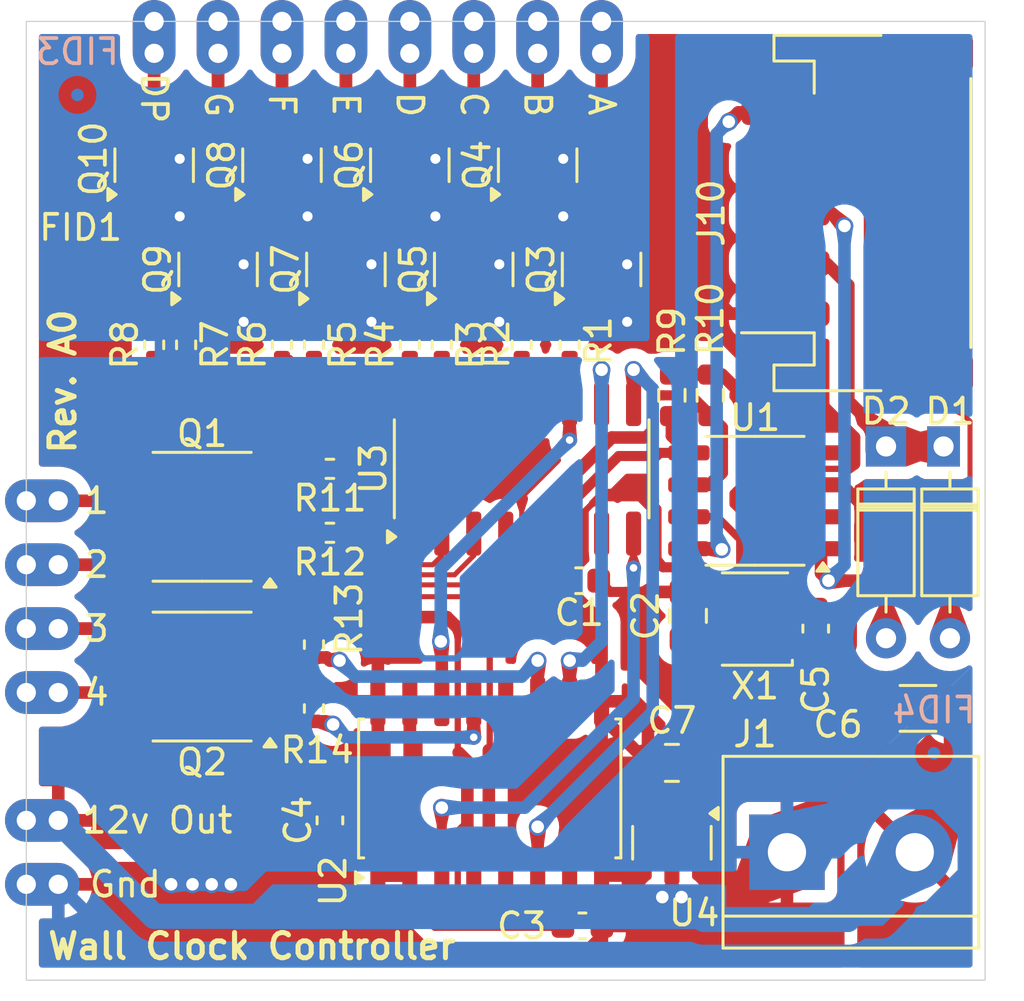
<source format=kicad_pcb>
(kicad_pcb (version 20221018) (generator pcbnew)
  (title_block (title "Wall Clock Full") (date "2024-08-16") (rev "A0") (company "Brandon Kirisaki"))
  (layers (0 "F.Cu" signal) (31 "B.Cu" signal) (34 "B.Paste" user) (35 "F.Paste" user) (36 "B.SilkS" user "B.Silkscreen") (37 "F.SilkS" user "F.Silkscreen") (38 "B.Mask" user) (39 "F.Mask" user) (44 "Edge.Cuts" user))
  (net 0 "")
  (net 1 "+5V")
  (net 2 "GND")
  (net 3 "+12V")
  (net 4 "/BTN_S")
  (net 5 "/BTN_H")
  (net 6 "/BTN_M")
  (net 7 "Net-(J2-Pin_1)")
  (net 8 "Net-(J3-Pin_1)")
  (net 9 "Net-(J4-Pin_1)")
  (net 10 "Net-(J5-Pin_1)")
  (net 11 "Net-(J6-Pin_1)")
  (net 12 "Net-(J7-Pin_1)")
  (net 13 "Net-(J8-Pin_1)")
  (net 14 "Net-(J9-Pin_1)")
  (net 15 "/SWIO")
  (net 16 "Net-(J11-Pin_1)")
  (net 17 "Net-(J12-Pin_1)")
  (net 18 "Net-(J13-Pin_1)")
  (net 19 "Net-(J14-Pin_1)")
  (net 20 "Net-(Q1A-G-Pad2)")
  (net 21 "Net-(Q1B-G-Pad4)")
  (net 22 "Net-(Q2A-G-Pad2)")
  (net 23 "Net-(Q2B-G-Pad4)")
  (net 24 "Net-(Q3-G)")
  (net 25 "Net-(Q4-G)")
  (net 26 "Net-(Q5-G)")
  (net 27 "Net-(Q6-G)")
  (net 28 "Net-(Q7-G)")
  (net 29 "Net-(Q8-G)")
  (net 30 "Net-(Q9-G)")
  (net 31 "Net-(Q10-G)")
  (net 32 "/SEG_A")
  (net 33 "/SEG_B")
  (net 34 "/SEG_C")
  (net 35 "/SEG_D")
  (net 36 "/SEG_E")
  (net 37 "/SEG_F")
  (net 38 "/SEG_G")
  (net 39 "/SEG_DP")
  (net 40 "/SDA")
  (net 41 "/SCL")
  (net 42 "/DIG_VT_0")
  (net 43 "/DIG_VT_1")
  (net 44 "/DIG_VT_2")
  (net 45 "/DIG_VT_3")
  (net 46 "Net-(U1-PC4)")
  (net 47 "/DIG_0")
  (net 48 "/DIG_1")
  (net 49 "/DIG_2")
  (net 51 "/DIG_3")
  (footprint "Resistor_SMD:R_0603_1608Metric" (layer "F.Cu") (at 141.478 65.659 -90)
    (fp_text reference "R10")
    (fp_text value "104")
  )
  (footprint "wall_clock_full:Conn_PCB_Castellated_1x01_P2.54mm_ExtraHole" (layer "F.Cu") (at 124.46 52.07 -90)
    (fp_text reference "J7")
    (fp_text value "F")
  )
  (footprint "wall_clock_full:Conn_PCB_Castellated_1x01_P2.54mm_ExtraHole" (layer "F.Cu") (at 129.54 52.07 -90)
    (fp_text reference "J5")
    (fp_text value "D")
  )
  (footprint "Resistor_SMD:R_0402_1005Metric" (layer "F.Cu") (at 126.365 71.12 180)
    (fp_text reference "R12")
    (fp_text value "101")
  )
  (footprint "wall_clock_full:Conn_PCB_Castellated_1x01_P2.54mm_ExtraHole" (layer "F.Cu") (at 115.57 74.93)
    (fp_text reference "J13")
    (fp_text value "3")
  )
  (footprint "Package_SO:SOIC-8_3.9x4.9mm_P1.27mm" (layer "F.Cu") (at 121.285 76.835 180)
    (fp_text reference "Q2")
    (fp_text value "AO4803A")
  )
  (footprint "Package_SO:SO-16_3.9x9.9mm_P1.27mm" (layer "F.Cu") (at 133.985 68.58 90)
    (fp_text reference "U3")
    (fp_text value "CH422")
  )
  (footprint "Resistor_SMD:R_0402_1005Metric" (layer "F.Cu") (at 125.73 75.565 90)
    (fp_text reference "R13")
    (fp_text value "101")
  )
  (footprint "wall_clock_full:Conn_PCB_Castellated_1x01_P2.54mm_ExtraHole" (layer "F.Cu") (at 119.38 52.07 -90)
    (fp_text reference "J9")
    (fp_text value "DP")
  )
  (footprint "Resistor_SMD:R_0402_1005Metric" (layer "F.Cu") (at 126.365 68.58 180)
    (fp_text reference "R11")
    (fp_text value "101")
  )
  (footprint "wall_clock_full:Conn_PCB_Castellated_1x01_P2.54mm_ExtraHole" (layer "F.Cu") (at 115.57 85.09)
    (fp_text reference "J16")
    (fp_text value "Gnd")
  )
  (footprint "wall_clock_full:Conn_PCB_Castellated_1x01_P2.54mm_ExtraHole" (layer "F.Cu") (at 137.16 52.07 -90)
    (fp_text reference "J2")
    (fp_text value "A")
  )
  (footprint "Capacitor_SMD:C_0603_1608Metric" (layer "F.Cu") (at 126.365 82.55 -90)
    (fp_text reference "C4")
    (fp_text value "104")
  )
  (footprint "wall_clock_full:Conn_PCB_Castellated_1x01_P2.54mm_ExtraHole" (layer "F.Cu") (at 134.62 52.07 -90)
    (fp_text reference "J3")
    (fp_text value "B")
  )
  (footprint "Resistor_SMD:R_0402_1005Metric" (layer "F.Cu") (at 120.65 63.6525 90)
    (fp_text reference "R7")
    (fp_text value "101")
  )
  (footprint "Resistor_SMD:R_0603_1608Metric" (layer "F.Cu") (at 139.954 65.659 -90)
    (fp_text reference "R9")
    (fp_text value "104")
  )
  (footprint "Package_TO_SOT_SMD:SOT-23" (layer "F.Cu") (at 139.954 83.439 -90)
    (fp_text reference "U4")
    (fp_text value "SE8550X2-HF")
  )
  (footprint "Package_TO_SOT_SMD:SOT-23" (layer "F.Cu") (at 129.54 56.515 90)
    (fp_text reference "Q6")
    (fp_text value "2N7002")
  )
  (footprint "Package_SO:SOIC-8_3.9x4.9mm_P1.27mm" (layer "F.Cu") (at 121.285 70.485 180)
    (fp_text reference "Q1")
    (fp_text value "AO4803A")
  )
  (footprint "wall_clock_full:Conn_PCB_Castellated_1x01_P2.54mm_ExtraHole" (layer "F.Cu") (at 121.92 52.07 -90)
    (fp_text reference "J8")
    (fp_text value "G")
  )
  (footprint "Resistor_SMD:R_0402_1005Metric" (layer "F.Cu") (at 129.54 63.6525 90)
    (fp_text reference "R4")
    (fp_text value "101")
  )
  (footprint "Fiducial:Fiducial_0.5mm_Mask1.5mm" (layer "F.Cu") (at 116.459 60.706)
    (fp_text reference "FID1")
    (fp_text value "Fiducial")
  )
  (footprint "wall_clock_full:Conn_PCB_Castellated_1x01_P2.54mm_ExtraHole" (layer "F.Cu") (at 115.57 69.85)
    (fp_text reference "J11")
    (fp_text value "1")
  )
  (footprint "wall_clock_full:Conn_PCB_Castellated_1x01_P2.54mm_ExtraHole" (layer "F.Cu") (at 115.57 72.39)
    (fp_text reference "J12")
    (fp_text value "2")
  )
  (footprint "Package_TO_SOT_SMD:SOT-23" (layer "F.Cu") (at 137.16 60.6575 90)
    (fp_text reference "Q3")
    (fp_text value "2N7002")
  )
  (footprint "Package_TO_SOT_SMD:SOT-23" (layer "F.Cu") (at 124.46 56.515 90)
    (fp_text reference "Q8")
    (fp_text value "2N7002")
  )
  (footprint "Diode_THT:D_DO-35_SOD27_P7.62mm_Horizontal" (layer "F.Cu") (at 148.463 67.691 -90)
    (fp_text reference "D2")
    (fp_text value "D")
  )
  (footprint "Resistor_SMD:R_0402_1005Metric" (layer "F.Cu") (at 125.73 63.6525 90)
    (fp_text reference "R5")
    (fp_text value "101")
  )
  (footprint "Package_SO:SO-16_5.3x10.2mm_P1.27mm" (layer "F.Cu") (at 132.715 81.28 90)
    (fp_text reference "U2")
    (fp_text value "CD40109B")
  )
  (footprint "Resistor_SMD:R_0402_1005Metric" (layer "F.Cu") (at 130.81 63.6525 90)
    (fp_text reference "R3")
    (fp_text value "101")
  )
  (footprint "wall_clock_full:Conn_PCB_Castellated_1x01_P2.54mm_ExtraHole" (layer "F.Cu") (at 127 52.07 -90)
    (fp_text reference "J6")
    (fp_text value "E")
  )
  (footprint "Package_SO:SOP-8_3.9x4.9mm_P1.27mm" (layer "F.Cu") (at 143.256 69.85 180)
    (fp_text reference "U1")
    (fp_text value "CH32V003JxMx")
  )
  (footprint "Package_TO_SOT_SMD:SOT-23" (layer "F.Cu") (at 127 60.6575 90)
    (fp_text reference "Q7")
    (fp_text value "2N7002")
  )
  (footprint "Resistor_SMD:R_0402_1005Metric" (layer "F.Cu") (at 124.46 63.6525 90)
    (fp_text reference "R6")
    (fp_text value "101")
  )
  (footprint "Diode_THT:D_DO-35_SOD27_P7.62mm_Horizontal" (layer "F.Cu") (at 151.003 67.691 -90)
    (fp_text reference "D1")
    (fp_text value "D")
  )
  (footprint "Capacitor_SMD:C_1206_3216Metric" (layer "F.Cu") (at 149.733 78.099415 180)
    (fp_text reference "C6")
    (fp_text value "106")
  )
  (footprint "wall_clock_full:Conn_PCB_Castellated_1x01_P2.54mm_ExtraHole" (layer "F.Cu") (at 115.57 82.55)
    (fp_text reference "J15")
    (fp_text value "12v Out")
  )
  (footprint "Package_TO_SOT_SMD:SOT-23" (layer "F.Cu") (at 132.08 60.6575 90)
    (fp_text reference "Q5")
    (fp_text value "2N7002")
  )
  (footprint "Resistor_SMD:R_0402_1005Metric" (layer "F.Cu") (at 133.985 63.6525 90)
    (fp_text reference "R2")
    (fp_text value "101")
  )
  (footprint "Package_TO_SOT_SMD:SOT-23" (layer "F.Cu") (at 134.62 56.515 90)
    (fp_text reference "Q4")
    (fp_text value "2N7002")
  )
  (footprint "Capacitor_SMD:C_0603_1608Metric" (layer "F.Cu") (at 136.271 73.025)
    (fp_text reference "C1")
    (fp_text value "104")
  )
  (footprint "Oscillator:Oscillator_SMD_EuroQuartz_XO32-4Pin_3.2x2.5mm" (layer "F.Cu") (at 143.256 74.549 180)
    (fp_text reference "X1")
    (fp_text value "XO32")
  )
  (footprint "Connector_JST:JST_PH_S5B-PH-SM4-TB_1x05-1MP_P2.00mm_Horizontal" (layer "F.Cu") (at 147.32 58.414415 90)
    (fp_text reference "J10")
    (fp_text value "main")
  )
  (footprint "Resistor_SMD:R_0402_1005Metric" (layer "F.Cu") (at 125.73 78.105 90)
    (fp_text reference "R14")
    (fp_text value "101")
  )
  (footprint "Capacitor_SMD:C_0603_1608Metric" (layer "F.Cu") (at 145.669 74.93 90)
    (fp_text reference "C5")
    (fp_text value "104")
  )
  (footprint "Capacitor_SMD:C_0805_2012Metric" (layer "F.Cu") (at 140.589 74.422 90)
    (fp_text reference "C2")
    (fp_text value "105")
  )
  (footprint "Resistor_SMD:R_0402_1005Metric" (layer "F.Cu") (at 119.38 63.6525 90)
    (fp_text reference "R8")
    (fp_text value "101")
  )
  (footprint "wall_clock_full:Conn_PCB_Castellated_1x01_P2.54mm_ExtraHole" (layer "F.Cu") (at 115.57 77.47)
    (fp_text reference "J14")
    (fp_text value "4")
  )
  (footprint "Resistor_SMD:R_0402_1005Metric" (layer "F.Cu") (at 135.89 63.6525 90)
    (fp_text reference "R1")
    (fp_text value "101")
  )
  (footprint "Capacitor_SMD:C_0603_1608Metric" (layer "F.Cu") (at 136.398 86.741)
    (fp_text reference "C3")
    (fp_text value "104")
  )
  (footprint "wall_clock_full:Conn_PCB_Castellated_1x01_P2.54mm_ExtraHole" (layer "F.Cu") (at 132.08 52.07 -90)
    (fp_text reference "J4")
    (fp_text value "C")
  )
  (footprint "Fiducial:Fiducial_0.5mm_Mask1.5mm" (layer "F.Cu") (at 144.78 78.74)
    (fp_text reference "FID2")
    (fp_text value "Fiducial")
  )
  (footprint "Capacitor_SMD:C_0805_2012Metric" (layer "F.Cu") (at 139.954 80.264)
    (fp_text reference "C7")
    (fp_text value "105")
  )
  (footprint "TerminalBlock:TerminalBlock_bornier-2_P5.08mm" (layer "F.Cu") (at 144.526 83.814415)
    (fp_text reference "J1")
    (fp_text value "PWR")
  )
  (footprint "Package_TO_SOT_SMD:SOT-23" (layer "F.Cu") (at 121.92 60.6575 90)
    (fp_text reference "Q9")
    (fp_text value "2N7002")
  )
  (footprint "Package_TO_SOT_SMD:SOT-23" (layer "F.Cu") (at 119.38 56.515 90)
    (fp_text reference "Q10")
    (fp_text value "2N7002")
  )
  (footprint "Fiducial:Fiducial_0.5mm_Mask1.5mm" (layer "B.Cu") (at 150.368 79.883 180)
    (fp_text reference "FID4")
    (fp_text value "Fiducial")
  )
  (footprint "Fiducial:Fiducial_0.5mm_Mask1.5mm" (layer "B.Cu") (at 116.332 53.721 180)
    (fp_text reference "FID3")
    (fp_text value "Fiducial")
  )
  (gr_rect (start 114.3 50.8) (end 152.4 88.9) (stroke (width 0.05)) (fill none) (layer "Edge.Cuts"))
  (gr_text "Wall Clock Controller" (at 115.062 88.138) (layer "F.SilkS") (effects (font (size 1 1) (thickness 0.2) bold) (justify left bottom)))
  (gr_text "Rev. ${REVISION}" (at 116.332 68.072 90) (layer "F.SilkS") (effects (font (size 1 1) (thickness 0.2) bold) (justify left bottom)))
  (segment (start 139.0396 69.9516) (end 139.068 69.98) (width 0.2) (layer "F.Cu") (net 1))
  (segment (start 133.985 72.035552) (end 133.985 72.3646) (width 0.25) (layer "F.Cu") (net 1))
  (segment (start 145.056001 67.945) (end 141.945001 64.834) (width 0.5) (layer "F.Cu") (net 1))
  (segment (start 139.004 82.5015) (end 139.004 80.264) (width 0.5) (layer "F.Cu") (net 1))
  (segment (start 143.256 75.624) (end 143.256 72.5932) (width 0.2) (layer "F.Cu") (net 1))
  (segment (start 136.525 70.274448) (end 136.525 70.231) (width 0.25) (layer "F.Cu") (net 1))
  (segment (start 133.985 72.3646) (end 134.645402 73.025002) (width 0.5) (layer "F.Cu") (net 1))
  (segment (start 135.89 85.9028) (end 135.89 84.7425) (width 0.5) (layer "F.Cu") (net 1))
  (segment (start 141.478 64.834) (end 139.954 64.834) (width 0.5) (layer "F.Cu") (net 1))
  (segment (start 137.16 74.689001) (end 135.496001 73.025002) (width 0.5) (layer "F.Cu") (net 1))
  (segment (start 135.623 86.741) (end 135.623 86.1698) (width 0.5) (layer "F.Cu") (net 1))
  (segment (start 145.056001 67.945) (end 145.881 67.945) (width 0.2) (layer "F.Cu") (net 1))
  (segment (start 142.481 75.624) (end 140.841 75.624) (width 0.5) (layer "F.Cu") (net 1))
  (segment (start 139.004 80.264) (end 137.16 78.42) (width 0.5) (layer "F.Cu") (net 1))
  (segment (start 144.4498 67.945) (end 145.056001 67.945) (width 0.5) (layer "F.Cu") (net 1))
  (segment (start 139.2936 70.2056) (end 139.2936 70.503048) (width 0.5) (layer "F.Cu") (net 1))
  (segment (start 133.985 69.7738) (end 132.08 67.8688) (width 0.5) (layer "F.Cu") (net 1))
  (segment (start 143.3576 72.4916) (end 143.3576 69.0372) (width 0.5) (layer "F.Cu") (net 1))
  (segment (start 139.2936 70.503048) (end 139.2936 72.0344) (width 0.5) (layer "F.Cu") (net 1))
  (segment (start 129.54 85.729999) (end 129.54 84.7425) (width 0.4) (layer "F.Cu") (net 1))
  (segment (start 141.6812 75.624) (end 141.6812 72.9488) (width 0.3) (layer "F.Cu") (net 1))
  (segment (start 135.496 73.025) (end 135.6868 73.025) (width 0.2) (layer "F.Cu") (net 1))
  (segment (start 128.27 84.7425) (end 129.54 84.7425) (width 0.5) (layer "F.Cu") (net 1))
  (segment (start 137.16 77.8175) (end 137.16 74.689001) (width 0.5) (layer "F.Cu") (net 1))
  (segment (start 139.004 82.5015) (end 137.143501 82.5015) (width 0.5) (layer "F.Cu") (net 1))
  (segment (start 137.16 78.42) (end 137.16 77.8175) (width 0.2) (layer "F.Cu") (net 1))
  (segment (start 135.623 86.1698) (end 135.89 85.9028) (width 0.5) (layer "F.Cu") (net 1))
  (segment (start 139.068 69.98) (end 139.2936 70.2056) (width 0.5) (layer "F.Cu") (net 1))
  (segment (start 138.7094 69.6214) (end 139.0396 69.9516) (width 0.5) (layer "F.Cu") (net 1))
  (segment (start 141.6812 72.9488) (end 141.224 72.4916) (width 0.3) (layer "F.Cu") (net 1))
  (segment (start 136.776 69.98) (end 136.8044 69.9516) (width 0.2) (layer "F.Cu") (net 1))
  (segment (start 137.143501 82.5015) (end 135.89 83.755001) (width 0.5) (layer "F.Cu") (net 1))
  (segment (start 139.8016 72.4916) (end 141.224 72.4916) (width 0.4) (layer "F.Cu") (net 1))
  (segment (start 140.841 75.624) (end 140.589 75.372) (width 0.2) (layer "F.Cu") (net 1))
  (segment (start 145.669 75.705) (end 144.112 75.705) (width 0.5) (layer "F.Cu") (net 1))
  (segment (start 141.945001 64.834) (end 141.478 64.834) (width 0.2) (layer "F.Cu") (net 1))
  (segment (start 139.7508 72.4916) (end 139.8016 72.4916) (width 0.2) (layer "F.Cu") (net 1))
  (segment (start 130.551001 86.741) (end 129.54 85.729999) (width 0.4) (layer "F.Cu") (net 1))
  (segment (start 139.2936 72.1868) (end 139.5984 72.4916) (width 0.4) (layer "F.Cu") (net 1))
  (segment (start 144.031 75.624) (end 143.256 75.624) (width 0.5) (layer "F.Cu") (net 1))
  (segment (start 134.645402 73.025002) (end 135.496001 73.025002) (width 0.5) (layer "F.Cu") (net 1))
  (segment (start 136.8044 69.9516) (end 137.1346 69.6214) (width 0.3) (layer "F.Cu") (net 1))
  (segment (start 135.623 86.741) (end 130.551001 86.741) (width 0.4) (layer "F.Cu") (net 1))
  (segment (start 139.5984 72.4916) (end 139.7508 72.4916) (width 0.4) (layer "F.Cu") (net 1))
  (segment (start 144.112 75.705) (end 144.031 75.624) (width 0.2) (layer "F.Cu") (net 1))
  (segment (start 132.08 67.8688) (end 132.08 66.005) (width 0.5) (layer "F.Cu") (net 1))
  (segment (start 143.256 72.5932) (end 143.3576 72.4916) (width 0.4) (layer "F.Cu") (net 1))
  (segment (start 137.1346 69.6214) (end 137.4648 69.6214) (width 0.3) (layer "F.Cu") (net 1))
  (segment (start 136.525 70.231) (end 136.776 69.98) (width 0.25) (layer "F.Cu") (net 1))
  (segment (start 129.54 84.7425) (end 129.54 77.8175) (width 0.5) (layer "F.Cu") (net 1))
  (segment (start 136.525 70.274448) (end 136.525 72.1868) (width 0.25) (layer "F.Cu") (net 1))
  (segment (start 133.985 72.035552) (end 133.985 69.7738) (width 0.2) (layer "F.Cu") (net 1))
  (segment (start 135.6868 73.025) (end 136.525 72.1868) (width 0.3) (layer "F.Cu") (net 1))
  (segment (start 143.3576 69.0372) (end 144.4498 67.945) (width 0.5) (layer "F.Cu") (net 1))
  (segment (start 143.256 75.624) (end 142.481 75.624) (width 0.5) (layer "F.Cu") (net 1))
  (segment (start 139.2936 72.0344) (end 139.2936 72.1868) (width 0.5) (layer "F.Cu") (net 1))
  (segment (start 135.89 83.755001) (end 135.89 84.7425) (width 0.4) (layer "F.Cu") (net 1))
  (segment (start 137.4648 69.6214) (end 138.7094 69.6214) (width 0.5) (layer "F.Cu") (net 1))
  (segment (start 144.526 83.814415) (end 141.599415 86.741) (width 0.2) (layer "F.Cu") (net 2))
  (segment (start 135.57 56.327) (end 135.636 56.261) (width 0.5) (layer "F.Cu") (net 2))
  (segment (start 144.607 76.822) (end 143.832 77.597) (width 0.2) (layer "F.Cu") (net 2))
  (segment (start 137.173 86.741) (end 137.173 84.7555) (width 0.5) (layer "F.Cu") (net 2))
  (segment (start 125.41 57.4525) (end 125.41 56.327) (width 0.5) (layer "F.Cu") (net 2))
  (segment (start 127.95 61.595) (end 127.95 60.518) (width 0.5) (layer "F.Cu") (net 2))
  (segment (start 127.95 61.595) (end 127.95 62.672) (width 0.5) (layer "F.Cu") (net 2))
  (segment (start 144.47 62.414415) (end 142.272015 62.414415) (width 0.5) (layer "F.Cu") (net 2))
  (segment (start 133.03 62.672) (end 133.096 62.738) (width 0.5) (layer "F.Cu") (net 2))
  (segment (start 121.666 85.09) (end 120.904 85.09) (width 0.5) (layer "F.Cu") (net 2))
  (segment (start 140.904 80.264) (end 140.904 77.79) (width 0.2) (layer "F.Cu") (net 2))
  (segment (start 140.3858 77.597) (end 138.938 76.1492) (width 0.2) (layer "F.Cu") (net 2))
  (segment (start 120.33 56.327) (end 120.396 56.261) (width 0.5) (layer "F.Cu") (net 2))
  (segment (start 140.589 73.472) (end 138.938 73.472) (width 0.2) (layer "F.Cu") (net 2))
  (segment (start 125.41 58.481) (end 125.476 58.547) (width 0.5) (layer "F.Cu") (net 2))
  (segment (start 120.33 57.4525) (end 120.33 56.327) (width 0.5) (layer "F.Cu") (net 2))
  (segment (start 144.526 64.6684) (end 144.526 62.470415) (width 0.5) (layer "F.Cu") (net 2))
  (segment (start 148.385 78.099415) (end 148.385 79.955415) (width 0.2) (layer "F.Cu") (net 2))
  (segment (start 147.107585 74.336585) (end 146.926 74.155) (width 0.4) (layer "F.Cu") (net 2))
  (segment (start 122.87 60.518) (end 122.936 60.452) (width 0.5) (layer "F.Cu") (net 2))
  (segment (start 138.176 62.738) (end 138.176 61.661) (width 0.5) (layer "F.Cu") (net 2))
  (segment (start 144.031 73.474) (end 144.031 71.510001) (width 0.3) (layer "F.Cu") (net 2))
  (segment (start 129.159 88.0872) (end 128.5878 87.516) (width 0.5) (layer "F.Cu") (net 2))
  (segment (start 133.03 60.518) (end 133.096 60.452) (width 0.5) (layer "F.Cu") (net 2))
  (segment (start 130.49 57.4525) (end 130.49 56.327) (width 0.5) (layer "F.Cu") (net 2))
  (segment (start 146.9898 68.58) (end 147.193 68.3768) (width 0.4) (layer "F.Cu") (net 2))
  (segment (start 120.33 57.4525) (end 120.33 58.481) (width 0.5) (layer "F.Cu") (net 2))
  (segment (start 138.938 73.472) (end 137.493 73.472) (width 0.4) (layer "F.Cu") (net 2))
  (segment (start 143.832 77.597) (end 141.097 77.597) (width 0.2) (layer "F.Cu") (net 2))
  (segment (start 144.031 73.474) (end 144.988 73.474) (width 0.5) (layer "F.Cu") (net 2))
  (segment (start 128.5878 87.516) (end 126.365 85.2932) (width 0.5) (layer "F.Cu") (net 2))
  (segment (start 138.176 60.452) (end 138.176 61.529) (width 0.5) (layer "F.Cu") (net 2))
  (segment (start 135.57 58.481) (end 135.636 58.547) (width 0.5) (layer "F.Cu") (net 2))
  (segment (start 126.365 85.2932) (end 126.365 84.465552) (width 0.5) (layer "F.Cu") (net 2))
  (segment (start 125.740552 85.09) (end 122.428 85.09) (width 0.5) (layer "F.Cu") (net 2))
  (segment (start 135.57 57.4525) (end 135.57 58.481) (width 0.5) (layer "F.Cu") (net 2))
  (segment (start 133.03 61.595) (end 133.03 60.518) (width 0.5) (layer "F.Cu") (net 2))
  (segment (start 148.385 79.955415) (end 144.526 83.814415) (width 0.2) (layer "F.Cu") (net 2))
  (segment (start 138.176 61.661) (end 138.11 61.595) (width 0.5) (layer "F.Cu") (net 2))
  (segment (start 130.49 56.327) (end 130.556 56.261) (width 0.5) (layer "F.Cu") (net 2))
  (segment (start 135.57 57.4525) (end 135.57 56.327) (width 0.5) (layer "F.Cu") (net 2))
  (segment (start 141.285999 61.428399) (end 141.285999 54.320051) (width 0.2) (layer "F.Cu") (net 2))
  (segment (start 144.4244 69.853399) (end 144.4244 69.159724) (width 0.25) (layer "F.Cu") (net 2))
  (segment (start 137.046 71.269) (end 137.16 71.155) (width 0.2) (layer "F.Cu") (net 2))
  (segment (start 122.87 62.672) (end 122.936 62.738) (width 0.5) (layer "F.Cu") (net 2))
  (segment (start 147.107585 76.822) (end 147.107585 75.593585) (width 0.2) (layer "F.Cu") (net 2))
  (segment (start 122.428 85.09) (end 121.666 85.09) (width 0.5) (layer "F.Cu") (net 2))
  (segment (start 145.056001 70.485) (end 145.881 70.485) (width 0.2) (layer "F.Cu") (net 2))
  (segment (start 140.904 82.5015) (end 140.904 80.264) (width 0.4) (layer "F.Cu") (net 2))
  (segment (start 127.95 62.672) (end 128.016 62.738) (width 0.5) (layer "F.Cu") (net 2))
  (segment (start 137.16 71.155) (end 137.16 72.911) (width 0.4) (layer "F.Cu") (net 2))
  (segment (start 142.272015 62.414415) (end 141.285999 61.428399) (width 0.5) (layer "F.Cu") (net 2))
  (segment (start 150.093 52.064415) (end 150.093 64.764415) (width 0.2) (layer "F.Cu") (net 2))
  (segment (start 120.33 58.481) (end 120.396 58.547) (width 0.5) (layer "F.Cu") (net 2))
  (segment (start 126.365 84.465552) (end 125.740552 85.09) (width 0.5) (layer "F.Cu") (net 2))
  (segment (start 138.938 76.1492) (end 138.938 73.472) (width 0.2) (layer "F.Cu") (net 2))
  (segment (start 147.107585 75.593585) (end 147.107585 74.336585) (width 0.4) (layer "F.Cu") (net 2))
  (segment (start 136.2456 88.0872) (end 129.159 88.0872) (width 0.5) (layer "F.Cu") (net 2))
  (segment (start 144.988 73.474) (end 145.669 74.155) (width 0.5) (layer "F.Cu") (net 2))
  (segment (start 137.173 84.7555) (end 137.16 84.7425) (width 0.2) (layer "F.Cu") (net 2))
  (segment (start 145.056001 70.485) (end 144.4244 69.853399) (width 0.25) (layer "F.Cu") (net 2))
  (segment (start 120.904 85.09) (end 115.57 85.09) (width 0.5) (layer "F.Cu") (net 2))
  (segment (start 126.365 84.465552) (end 126.365 83.325) (width 0.5) (layer "F.Cu") (net 2))
  (segment (start 143.541635 52.064415) (end 150.093 52.064415) (width 0.2) (layer "F.Cu") (net 2))
  (segment (start 147.193 68.3768) (end 147.193 67.3354) (width 0.5) (layer "F.Cu") (net 2))
  (segment (start 137.173 87.1598) (end 136.2456 88.0872) (width 0.5) (layer "F.Cu") (net 2))
  (segment (start 133.03 61.595) (end 133.03 62.672) (width 0.5) (layer "F.Cu") (net 2))
  (segment (start 144.4244 69.159724) (end 145.004124 68.58) (width 0.25) (layer "F.Cu") (net 2))
  (segment (start 130.49 57.4525) (end 130.49 58.481) (width 0.5) (layer "F.Cu") (net 2))
  (segment (start 148.385 78.099415) (end 147.107585 76.822) (width 0.2) (layer "F.Cu") (net 2))
  (segment (start 147.193 67.3354) (end 144.526 64.6684) (width 0.5) (layer "F.Cu") (net 2))
  (segment (start 141.285999 54.320051) (end 143.541635 52.064415) (width 0.2) (layer "F.Cu") (net 2))
  (segment (start 147.107585 76.822) (end 144.607 76.822) (width 0.2) (layer "F.Cu") (net 2))
  (segment (start 137.493 73.472) (end 137.046 73.025) (width 0.4) (layer "F.Cu") (net 2))
  (segment (start 137.16 72.911) (end 137.046 73.025) (width 0.2) (layer "F.Cu") (net 2))
  (segment (start 122.87 61.595) (end 122.87 60.518) (width 0.5) (layer "F.Cu") (net 2))
  (segment (start 146.926 74.155) (end 145.669 74.155) (width 0.4) (layer "F.Cu") (net 2))
  (segment (start 144.031 71.510001) (end 145.056001 70.485) (width 0.3) (layer "F.Cu") (net 2))
  (segment (start 122.87 61.595) (end 122.87 62.672) (width 0.5) (layer "F.Cu") (net 2))
  (segment (start 130.49 58.481) (end 130.556 58.547) (width 0.5) (layer "F.Cu") (net 2))
  (segment (start 141.097 77.597) (end 140.3858 77.597) (width 0.2) (layer "F.Cu") (net 2))
  (segment (start 141.599415 86.741) (end 137.173 86.741) (width 0.5) (layer "F.Cu") (net 2))
  (segment (start 140.904 77.79) (end 141.097 77.597) (width 0.2) (layer "F.Cu") (net 2))
  (segment (start 125.41 56.327) (end 125.476 56.261) (width 0.5) (layer "F.Cu") (net 2))
  (segment (start 144.526 62.470415) (end 144.47 62.414415) (width 0.5) (layer "F.Cu") (net 2))
  (segment (start 137.173 86.741) (end 137.173 87.1598) (width 0.5) (layer "F.Cu") (net 2))
  (segment (start 125.41 57.4525) (end 125.41 58.481) (width 0.5) (layer "F.Cu") (net 2))
  (segment (start 127.95 60.518) (end 128.016 60.452) (width 0.5) (layer "F.Cu") (net 2))
  (segment (start 138.176 61.529) (end 138.11 61.595) (width 0.5) (layer "F.Cu") (net 2))
  (segment (start 145.004124 68.58) (end 146.9898 68.58) (width 0.25) (layer "F.Cu") (net 2))
  (via (at 130.556 58.547) (size 0.6) (drill 0.4) (layers "F.Cu" "B.Cu") (net 2))
  (via (at 122.428 85.09) (size 0.7) (drill 0.5) (layers "F.Cu" "B.Cu") (net 2))
  (via (at 120.396 56.261) (size 0.6) (drill 0.4) (layers "F.Cu" "B.Cu") (net 2))
  (via (at 130.556 56.261) (size 0.6) (drill 0.4) (layers "F.Cu" "B.Cu") (net 2))
  (via (at 120.053997 85.09) (size 0.7) (drill 0.5) (layers "F.Cu" "B.Cu") (net 2))
  (via (at 128.016 60.452) (size 0.6) (drill 0.4) (layers "F.Cu" "B.Cu") (net 2))
  (via (at 135.636 58.547) (size 0.6) (drill 0.4) (layers "F.Cu" "B.Cu") (net 2))
  (via (at 120.904 85.09) (size 0.7) (drill 0.5) (layers "F.Cu" "B.Cu") (net 2))
  (via (at 133.096 62.738) (size 0.6) (drill 0.4) (layers "F.Cu" "B.Cu") (net 2))
  (via (at 122.936 60.452) (size 0.6) (drill 0.4) (layers "F.Cu" "B.Cu") (net 2))
  (via (at 122.936 62.738) (size 0.6) (drill 0.4) (layers "F.Cu" "B.Cu") (net 2))
  (via (at 125.476 58.547) (size 0.6) (drill 0.4) (layers "F.Cu" "B.Cu") (net 2))
  (via (at 125.476 56.261) (size 0.6) (drill 0.4) (layers "F.Cu" "B.Cu") (net 2))
  (via (at 138.176 62.738) (size 0.6) (drill 0.4) (layers "F.Cu" "B.Cu") (net 2))
  (via (at 121.666 85.09) (size 0.7) (drill 0.5) (layers "F.Cu" "B.Cu") (net 2))
  (via (at 133.096 60.452) (size 0.6) (drill 0.4) (layers "F.Cu" "B.Cu") (net 2))
  (via (at 138.176 60.452) (size 0.6) (drill 0.4) (layers "F.Cu" "B.Cu") (net 2))
  (via (at 135.636 56.261) (size 0.6) (drill 0.4) (layers "F.Cu" "B.Cu") (net 2))
  (via (at 120.396 58.547) (size 0.6) (drill 0.4) (layers "F.Cu" "B.Cu") (net 2))
  (via (at 128.016 62.738) (size 0.6) (drill 0.4) (layers "F.Cu" "B.Cu") (net 2))
  (segment (start 129.921 75.946) (end 130.087994 76.112994) (width 0.25) (layer "B.Cu") (net 2))
  (segment (start 130.087994 76.112994) (end 131.405006 76.112994) (width 0.25) (layer "B.Cu") (net 2))
  (segment (start 120.904 85.09) (end 120.904 83.312) (width 0.5) (layer "B.Cu") (net 2))
  (segment (start 144.526 83.814415) (end 146.476 81.864415) (width 0.5) (layer "B.Cu") (net 2))
  (segment (start 120.053997 85.09) (end 120.904 84.239997) (width 0.2) (layer "B.Cu") (net 2))
  (segment (start 131.405006 76.112994) (end 131.572 75.946) (width 0.25) (layer "B.Cu") (net 2))
  (segment (start 120.904 85.09) (end 120.053997 85.09) (width 0.2) (layer "B.Cu") (net 2))
  (segment (start 121.666 84.074) (end 120.904 83.312) (width 0.5) (layer "B.Cu") (net 2))
  (segment (start 121.666 85.09) (end 121.666 84.074) (width 0.5) (layer "B.Cu") (net 2))
  (segment (start 122.428 85.09) (end 122.428 84.836) (width 0.5) (layer "B.Cu") (net 2))
  (segment (start 148.167132 88.011) (end 118.491 88.011) (width 0.5) (layer "B.Cu") (net 2))
  (segment (start 120.053997 85.09) (end 120.053997 84.162003) (width 0.5) (layer "B.Cu") (net 2))
  (segment (start 120.904 83.312) (end 120.904 62.23) (width 3) (layer "B.Cu") (net 2))
  (segment (start 146.476 81.864415) (end 150.413717 81.864415) (width 0.5) (layer "B.Cu") (net 2))
  (segment (start 122.428 85.09) (end 120.053997 85.09) (width 0.5) (layer "B.Cu") (net 2))
  (segment (start 151.556 84.622132) (end 148.167132 88.011) (width 0.5) (layer "B.Cu") (net 2))
  (segment (start 122.428 84.836) (end 120.904 83.312) (width 0.5) (layer "B.Cu") (net 2))
  (segment (start 120.053997 84.162003) (end 120.904 83.312) (width 0.5) (layer "B.Cu") (net 2))
  (segment (start 118.491 88.011) (end 115.57 85.09) (width 0.5) (layer "B.Cu") (net 2))
  (segment (start 150.413717 81.864415) (end 151.556 83.006698) (width 0.5) (layer "B.Cu") (net 2))
  (segment (start 151.556 83.006698) (end 151.556 84.622132) (width 0.5) (layer "B.Cu") (net 2))
  (segment (start 120.904 84.239997) (end 120.904 83.312) (width 0.2) (layer "B.Cu") (net 2))
  (segment (start 121.666 76.835) (end 122.301 76.2) (width 0.2) (layer "F.Cu") (net 3))
  (segment (start 149.606 83.814415) (end 151.257 82.163415) (width 1) (layer "F.Cu") (net 3))
  (segment (start 151.257 82.163415) (end 151.257 80.264) (width 1) (layer "F.Cu") (net 3))
  (segment (start 123.76 76.2) (end 122.301 76.2) (width 0.2) (layer "F.Cu") (net 3))
  (segment (start 128.27 79.87) (end 128.27 77.8175) (width 0.5) (layer "F.Cu") (net 3))
  (segment (start 123.76 78.74) (end 122.301 78.74) (width 0.2) (layer "F.Cu") (net 3))
  (segment (start 121.666 71.628) (end 121.666 70.358) (width 0.2) (layer "F.Cu") (net 3))
  (segment (start 121.666 70.358) (end 122.174 69.85) (width 0.2) (layer "F.Cu") (net 3))
  (segment (start 122.428 72.39) (end 121.666 71.628) (width 0.2) (layer "F.Cu") (net 3))
  (segment (start 139.954 85.216992) (end 139.572992 85.598) (width 0.5) (layer "F.Cu") (net 3))
  (segment (start 126.365 81.775) (end 128.27 79.87) (width 0.5) (layer "F.Cu") (net 3))
  (segment (start 121.666 78.105) (end 121.666 76.835) (width 0.2) (layer "F.Cu") (net 3))
  (segment (start 140.335 85.598) (end 140.335 85.597992) (width 0.2) (layer "F.Cu") (net 3))
  (segment (start 122.174 69.85) (end 123.76 69.85) (width 0.2) (layer "F.Cu") (net 3))
  (segment (start 122.301 78.74) (end 121.666 78.105) (width 0.2) (layer "F.Cu") (net 3))
  (segment (start 139.573 85.597992) (end 139.572992 85.598) (width 0.2) (layer "F.Cu") (net 3))
  (segment (start 122.301 72.39) (end 123.76 72.39) (width 0.2) (layer "F.Cu") (net 3))
  (segment (start 126.365 81.345) (end 123.76 78.74) (width 0.5) (layer "F.Cu") (net 3))
  (segment (start 115.57 82.55) (end 125.59 82.55) (width 0.5) (layer "F.Cu") (net 3))
  (segment (start 140.335 85.597992) (end 139.954 85.216992) (width 0.5) (layer "F.Cu") (net 3))
  (segment (start 139.954 84.3765) (end 139.954 85.216992) (width 0.5) (layer "F.Cu") (net 3))
  (segment (start 121.666 75.565) (end 121.666 73.025) (width 0.2) (layer "F.Cu") (net 3))
  (segment (start 151.257 78.177415) (end 151.257 80.264) (width 1) (layer "F.Cu") (net 3))
  (segment (start 123.76 72.39) (end 122.428 72.39) (width 0.2) (layer "F.Cu") (net 3))
  (segment (start 126.365 81.775) (end 126.365 81.345) (width 0.2) (layer "F.Cu") (net 3))
  (segment (start 122.301 76.2) (end 121.666 75.565) (width 0.2) (layer "F.Cu") (net 3))
  (segment (start 140.335 85.597992) (end 139.573 85.597992) (width 0.5) (layer "F.Cu") (net 3))
  (segment (start 121.666 73.025) (end 122.301 72.39) (width 0.2) (layer "F.Cu") (net 3))
  (segment (start 125.59 82.55) (end 126.365 81.775) (width 0.5) (layer "F.Cu") (net 3))
  (segment (start 151.335 78.099415) (end 151.257 78.177415) (width 0.2) (layer "F.Cu") (net 3))
  (via (at 139.572992 85.598) (size 0.7) (drill 0.5) (layers "F.Cu" "B.Cu") (net 3))
  (via (at 140.335 85.598) (size 0.7) (drill 0.5) (layers "F.Cu" "B.Cu") (net 3))
  (segment (start 149.606 83.814415) (end 147.680415 85.74) (width 1) (layer "B.Cu") (net 3))
  (segment (start 118.76 85.74) (end 115.57 82.55) (width 1) (layer "B.Cu") (net 3))
  (segment (start 141.224 86.487) (end 140.335 85.598) (width 1) (layer "B.Cu") (net 3))
  (segment (start 147.680415 85.745585) (end 146.939 86.487) (width 1) (layer "B.Cu") (net 3))
  (segment (start 146.939 86.487) (end 141.224 86.487) (width 1) (layer "B.Cu") (net 3))
  (segment (start 140.193 85.74) (end 139.573 86.36) (width 1) (layer "B.Cu") (net 3))
  (segment (start 147.680415 85.74) (end 147.680415 85.745585) (width 0.2) (layer "B.Cu") (net 3))
  (segment (start 139.573 86.36) (end 119.38 86.36) (width 1) (layer "B.Cu") (net 3))
  (segment (start 119.38 86.36) (end 118.76 85.74) (width 1) (layer "B.Cu") (net 3))
  (segment (start 140.335 85.598) (end 140.193 85.74) (width 0.2) (layer "B.Cu") (net 3))
  (segment (start 148.463 67.633315) (end 148.463 67.691) (width 0.2) (layer "F.Cu") (net 4))
  (segment (start 146.093 60.414415) (end 144.343 60.414415) (width 0.2) (layer "F.Cu") (net 4))
  (segment (start 146.9644 61.285815) (end 146.9644 65.8876) (width 0.5) (layer "F.Cu") (net 4))
  (segment (start 146.9644 65.8876) (end 148.463 67.3862) (width 0.5) (layer "F.Cu") (net 4))
  (segment (start 148.463 67.3862) (end 148.463 67.633315) (width 0.5) (layer "F.Cu") (net 4))
  (segment (start 150.749 67.691) (end 148.463 67.691) (width 1) (layer "F.Cu") (net 4))
  (segment (start 146.093 60.414415) (end 146.9644 61.285815) (width 0.5) (layer "F.Cu") (net 4))
  (segment (start 151.4856 69.3516) (end 151.8 69.0372) (width 0.2) (layer "F.Cu") (net 5))
  (segment (start 148.3868 66.0908) (end 147.828 65.532) (width 0.5) (layer "F.Cu") (net 5))
  (segment (start 146.093 56.414415) (end 144.343 56.414415) (width 0.2) (layer "F.Cu") (net 5))
  (segment (start 151.003 73.512001) (end 151.4856 73.029401) (width 0.5) (layer "F.Cu") (net 5))
  (segment (start 151.003 73.512001) (end 151.003 75.311) (width 0.5) (layer "F.Cu") (net 5))
  (segment (start 151.8 66.692) (end 151.1988 66.0908) (width 0.2) (layer "F.Cu") (net 5))
  (segment (start 145.881 69.215) (end 146.705999 69.215) (width 0.5) (layer "F.Cu") (net 5))
  (segment (start 151.8 69.0372) (end 151.8 66.692) (width 0.2) (layer "F.Cu") (net 5))
  (segment (start 147.828 58.149415) (end 146.093 56.414415) (width 0.5) (layer "F.Cu") (net 5))
  (segment (start 151.4856 73.029401) (end 151.4856 69.3516) (width 0.5) (layer "F.Cu") (net 5))
  (segment (start 151.1988 66.0908) (end 148.3868 66.0908) (width 0.5) (layer "F.Cu") (net 5))
  (segment (start 147.828 65.532) (end 147.828 58.149415) (width 0.5) (layer "F.Cu") (net 5))
  (segment (start 146.705999 69.215) (end 151.003 73.512001) (width 0.5) (layer "F.Cu") (net 5))
  (segment (start 147.701 73.025) (end 146.177 73.025) (width 0.5) (layer "F.Cu") (net 6))
  (segment (start 146.177 73.025) (end 145.881 72.729) (width 0.5) (layer "F.Cu") (net 6))
  (segment (start 148.463 73.787) (end 147.701 73.025) (width 0.5) (layer "F.Cu") (net 6))
  (segment (start 148.463 75.311) (end 148.463 73.787) (width 0.5) (layer "F.Cu") (net 6))
  (segment (start 145.881 72.729) (end 145.881 71.755) (width 0.5) (layer "F.Cu") (net 6))
  (segment (start 146.812 58.928) (end 146.298415 58.414415) (width 0.5) (layer "F.Cu") (net 6))
  (segment (start 146.298415 58.414415) (end 144.343 58.414415) (width 0.5) (layer "F.Cu") (net 6))
  (via (at 146.177 73.025) (size 0.7) (drill 0.5) (layers "F.Cu" "B.Cu") (net 6))
  (via (at 146.812 58.928) (size 0.7) (drill 0.5) (layers "F.Cu" "B.Cu") (net 6))
  (segment (start 146.812 72.39) (end 146.812 58.928) (width 0.5) (layer "B.Cu") (net 6))
  (segment (start 146.177 73.025) (end 146.812 72.39) (width 0.5) (layer "B.Cu") (net 6))
  (segment (start 137.16 59.72) (end 137.16 52.07) (width 0.5) (layer "F.Cu") (net 7))
  (segment (start 134.62 55.5775) (end 134.62 52.07) (width 0.5) (layer "F.Cu") (net 8))
  (segment (start 132.08 59.72) (end 132.08 52.07) (width 0.5) (layer "F.Cu") (net 9))
  (segment (start 129.54 55.5775) (end 129.54 52.07) (width 0.5) (layer "F.Cu") (net 10))
  (segment (start 127 59.72) (end 127 52.07) (width 0.5) (layer "F.Cu") (net 11))
  (segment (start 124.46 55.5775) (end 124.46 52.07) (width 0.5) (layer "F.Cu") (net 12))
  (segment (start 121.92 59.72) (end 121.92 52.07) (width 0.5) (layer "F.Cu") (net 13))
  (segment (start 119.38 55.5775) (end 119.38 52.07) (width 0.5) (layer "F.Cu") (net 14))
  (segment (start 142.587985 54.414415) (end 142.2146 54.7878) (width 0.5) (layer "F.Cu") (net 15))
  (segment (start 140.631 71.755) (end 141.9098 71.755) (width 0.5) (layer "F.Cu") (net 15))
  (segment (start 141.9098 71.755) (end 141.9352 71.7804) (width 0.2) (layer "F.Cu") (net 15))
  (segment (start 144.343 54.414415) (end 142.587985 54.414415) (width 0.5) (layer "F.Cu") (net 15))
  (via (at 142.2146 54.7878) (size 0.7) (drill 0.5) (layers "F.Cu" "B.Cu") (net 15))
  (via (at 141.9352 71.7804) (size 0.7) (drill 0.5) (layers "F.Cu" "B.Cu") (net 15))
  (segment (start 142.2146 54.7878) (end 141.732 55.2704) (width 0.5) (layer "B.Cu") (net 15))
  (segment (start 141.732 55.2704) (end 141.732 71.5772) (width 0.5) (layer "B.Cu") (net 15))
  (segment (start 141.732 71.5772) (end 141.9352 71.7804) (width 0.5) (layer "B.Cu") (net 15))
  (segment (start 118.81 68.58) (end 118.81 69.85) (width 0.5) (layer "F.Cu") (net 16))
  (segment (start 118.81 69.85) (end 115.57 69.85) (width 0.5) (layer "F.Cu") (net 16))
  (segment (start 118.81 71.12) (end 118.81 72.39) (width 0.5) (layer "F.Cu") (net 17))
  (segment (start 118.81 72.39) (end 115.57 72.39) (width 0.5) (layer "F.Cu") (net 17))
  (segment (start 118.81 76.2) (end 118.81 74.93) (width 0.5) (layer "F.Cu") (net 18))
  (segment (start 118.81 74.93) (end 115.57 74.93) (width 0.5) (layer "F.Cu") (net 18))
  (segment (start 118.81 78.74) (end 118.81 77.47) (width 0.5) (layer "F.Cu") (net 19))
  (segment (start 118.81 77.47) (end 115.57 77.47) (width 0.5) (layer "F.Cu") (net 19))
  (segment (start 125.855 71.12) (end 123.76 71.12) (width 0.5) (layer "F.Cu") (net 20))
  (segment (start 125.855 68.58) (end 123.76 68.58) (width 0.5) (layer "F.Cu") (net 21))
  (segment (start 123.76 77.47) (end 125.0442 77.47) (width 0.5) (layer "F.Cu") (net 22))
  (segment (start 125.0442 77.47) (end 125.1692 77.595) (width 0.5) (layer "F.Cu") (net 22))
  (segment (start 125.1692 77.595) (end 125.73 77.595) (width 0.5) (layer "F.Cu") (net 22))
  (segment (start 125.0442 74.93) (end 125.1692 75.055) (width 0.5) (layer "F.Cu") (net 23))
  (segment (start 123.76 74.93) (end 125.0442 74.93) (width 0.5) (layer "F.Cu") (net 23))
  (segment (start 125.1692 75.055) (end 125.73 75.055) (width 0.5) (layer "F.Cu") (net 23))
  (segment (start 135.89 62.7634) (end 136.21 62.4434) (width 0.5) (layer "F.Cu") (net 24))
  (segment (start 135.89 63.1425) (end 135.89 62.7634) (width 0.5) (layer "F.Cu") (net 24))
  (segment (start 136.21 62.4434) (end 136.21 61.595) (width 0.5) (layer "F.Cu") (net 24))
  (segment (start 133.67 58.613) (end 133.67 57.4525) (width 0.5) (layer "F.Cu") (net 25))
  (segment (start 133.985 58.928) (end 133.67 58.613) (width 0.5) (layer "F.Cu") (net 25))
  (segment (start 133.985 63.1425) (end 133.985 58.928) (width 0.5) (layer "F.Cu") (net 25))
  (segment (start 131.13 62.4434) (end 130.81 62.7634) (width 0.5) (layer "F.Cu") (net 26))
  (segment (start 131.13 61.595) (end 131.13 62.4434) (width 0.5) (layer "F.Cu") (net 26))
  (segment (start 130.81 62.7634) (end 130.81 63.1425) (width 0.5) (layer "F.Cu") (net 26))
  (segment (start 129.54 63.1425) (end 129.54 59.2582) (width 0.5) (layer "F.Cu") (net 27))
  (segment (start 128.59 58.3082) (end 128.59 57.4525) (width 0.5) (layer "F.Cu") (net 27))
  (segment (start 129.54 59.2582) (end 128.59 58.3082) (width 0.5) (layer "F.Cu") (net 27))
  (segment (start 125.73 62.7634) (end 125.73 63.1425) (width 0.5) (layer "F.Cu") (net 28))
  (segment (start 126.05 61.595) (end 126.05 62.4434) (width 0.5) (layer "F.Cu") (net 28))
  (segment (start 126.05 62.4434) (end 125.73 62.7634) (width 0.5) (layer "F.Cu") (net 28))
  (segment (start 124.46 59.2328) (end 123.51 58.2828) (width 0.5) (layer "F.Cu") (net 29))
  (segment (start 123.51 58.2828) (end 123.51 57.4525) (width 0.5) (layer "F.Cu") (net 29))
  (segment (start 124.46 63.1425) (end 124.46 59.2328) (width 0.5) (layer "F.Cu") (net 29))
  (segment (start 120.97 61.595) (end 120.97 62.4688) (width 0.5) (layer "F.Cu") (net 30))
  (segment (start 120.97 62.4688) (end 120.65 62.7888) (width 0.5) (layer "F.Cu") (net 30))
  (segment (start 120.65 62.7888) (end 120.65 63.1425) (width 0.5) (layer "F.Cu") (net 30))
  (segment (start 119.38 59.2836) (end 118.43 58.3336) (width 0.5) (layer "F.Cu") (net 31))
  (segment (start 118.43 58.3336) (end 118.43 57.4525) (width 0.5) (layer "F.Cu") (net 31))
  (segment (start 119.38 63.1425) (end 119.38 59.2836) (width 0.5) (layer "F.Cu") (net 31))
  (segment (start 134.62 65.4325) (end 135.89 64.1625) (width 0.5) (layer "F.Cu") (net 32))
  (segment (start 134.62 66.005) (end 134.62 65.4325) (width 0.2) (layer "F.Cu") (net 32))
  (segment (start 133.35 64.7975) (end 133.985 64.1625) (width 0.5) (layer "F.Cu") (net 33))
  (segment (start 133.35 66.005) (end 133.35 64.7975) (width 0.5) (layer "F.Cu") (net 33))
  (segment (start 130.81 66.005) (end 130.81 64.1625) (width 0.5) (layer "F.Cu") (net 34))
  (segment (start 129.54 66.005) (end 129.54 64.1625) (width 0.5) (layer "F.Cu") (net 35))
  (segment (start 129.54 71.155) (end 129.54 67.9725) (width 0.5) (layer "F.Cu") (net 36))
  (segment (start 129.54 67.9725) (end 125.73 64.1625) (width 0.5) (layer "F.Cu") (net 36))
  (segment (start 130.81 72.029999) (end 130.449999 72.39) (width 0.2) (layer "F.Cu") (net 37))
  (segment (start 129.159 72.39) (end 128.778 72.009) (width 0.2) (layer "F.Cu") (net 37))
  (segment (start 124.791076 64.1625) (end 124.46 64.1625) (width 0.2) (layer "F.Cu") (net 37))
  (segment (start 128.778 72.009) (end 128.778 68.149424) (width 0.2) (layer "F.Cu") (net 37))
  (segment (start 130.449999 72.39) (end 129.159 72.39) (width 0.2) (layer "F.Cu") (net 37))
  (segment (start 128.778 68.149424) (end 124.791076 64.1625) (width 0.2) (layer "F.Cu") (net 37))
  (segment (start 130.81 71.155) (end 130.81 72.029999) (width 0.2) (layer "F.Cu") (net 37))
  (segment (start 128.308 68.364) (end 124.6765 64.7325) (width 0.2) (layer "F.Cu") (net 38))
  (segment (start 128.308 72.104686) (end 128.308 68.364) (width 0.2) (layer "F.Cu") (net 38))
  (segment (start 128.993314 72.79) (end 128.308 72.104686) (width 0.2) (layer "F.Cu") (net 38))
  (segment (start 132.08 72.029999) (end 131.319999 72.79) (width 0.2) (layer "F.Cu") (net 38))
  (segment (start 124.6765 64.7325) (end 121.22 64.7325) (width 0.2) (layer "F.Cu") (net 38))
  (segment (start 131.319999 72.79) (end 128.993314 72.79) (width 0.2) (layer "F.Cu") (net 38))
  (segment (start 132.08 71.155) (end 132.08 72.029999) (width 0.2) (layer "F.Cu") (net 38))
  (segment (start 121.22 64.7325) (end 120.65 64.1625) (width 0.2) (layer "F.Cu") (net 38))
  (segment (start 132.274 73.19) (end 128.631314 73.19) (width 0.2) (layer "F.Cu") (net 39))
  (segment (start 127.908 72.466686) (end 127.908 68.599) (width 0.2) (layer "F.Cu") (net 39))
  (segment (start 120.35 65.1325) (end 119.38 64.1625) (width 0.2) (layer "F.Cu") (net 39))
  (segment (start 133.35 72.114) (end 132.274 73.19) (width 0.2) (layer "F.Cu") (net 39))
  (segment (start 124.4415 65.1325) (end 120.35 65.1325) (width 0.2) (layer "F.Cu") (net 39))
  (segment (start 128.631314 73.19) (end 127.908 72.466686) (width 0.2) (layer "F.Cu") (net 39))
  (segment (start 133.35 71.155) (end 133.35 72.114) (width 0.2) (layer "F.Cu") (net 39))
  (segment (start 127.908 68.599) (end 124.4415 65.1325) (width 0.2) (layer "F.Cu") (net 39))
  (segment (start 135.89 70.01938) (end 137.83738 68.072) (width 0.4) (layer "F.Cu") (net 40))
  (segment (start 139.3444 68.072) (end 139.4714 67.945) (width 0.4) (layer "F.Cu") (net 40))
  (segment (start 139.4714 67.945) (end 140.631 67.945) (width 0.4) (layer "F.Cu") (net 40))
  (segment (start 139.954 67.268) (end 140.631 67.945) (width 0.5) (layer "F.Cu") (net 40))
  (segment (start 139.954 66.484) (end 139.954 67.268) (width 0.5) (layer "F.Cu") (net 40))
  (segment (start 135.89 71.155) (end 135.89 70.01938) (width 0.4) (layer "F.Cu") (net 40))
  (segment (start 137.83738 68.072) (end 138.08296 68.072) (width 0.4) (layer "F.Cu") (net 40))
  (segment (start 138.08296 68.072) (end 139.3444 68.072) (width 0.4) (layer "F.Cu") (net 40))
  (segment (start 141.478 66.484) (end 141.9352 66.9412) (width 0.5) (layer "F.Cu") (net 41))
  (segment (start 139.591352 65.659) (end 139.446 65.659) (width 0.4) (layer "F.Cu") (net 41))
  (segment (start 138.8618 67.3354) (end 137.564601 67.3354) (width 0.5) (layer "F.Cu") (net 41))
  (segment (start 141.455999 69.215) (end 140.631 69.215) (width 0.5) (layer "F.Cu") (net 41))
  (segment (start 141.9352 68.735799) (end 141.455999 69.215) (width 0.5) (layer "F.Cu") (net 41))
  (segment (start 141.478 66.484) (end 140.653 65.659) (width 0.5) (layer "F.Cu") (net 41))
  (segment (start 139.446 65.659) (end 139.1158 65.9892) (width 0.3) (layer "F.Cu") (net 41))
  (segment (start 139.1158 66.834752) (end 139.1158 67.0814) (width 0.3) (layer "F.Cu") (net 41))
  (segment (start 137.564601 67.3354) (end 134.62 70.280001) (width 0.5) (layer "F.Cu") (net 41))
  (segment (start 139.1158 65.9892) (end 139.1158 66.834752) (width 0.3) (layer "F.Cu") (net 41))
  (segment (start 138.9126 67.2846) (end 138.8618 67.3354) (width 0.2) (layer "F.Cu") (net 41))
  (segment (start 141.9352 66.9412) (end 141.9352 68.735799) (width 0.5) (layer "F.Cu") (net 41))
  (segment (start 139.1158 67.0814) (end 138.9126 67.2846) (width 0.4) (layer "F.Cu") (net 41))
  (segment (start 134.62 70.280001) (end 134.62 71.155) (width 0.5) (layer "F.Cu") (net 41))
  (segment (start 140.653 65.659) (end 139.591352 65.659) (width 0.4) (layer "F.Cu") (net 41))
  (segment (start 132.08 83.566) (end 132.68 82.966) (width 0.5) (layer "F.Cu") (net 42))
  (segment (start 132.715 73.914) (end 132.461 73.66) (width 0.2) (layer "F.Cu") (net 42))
  (segment (start 128.397 73.66) (end 127.508 72.771) (width 0.2) (layer "F.Cu") (net 42))
  (segment (start 132.461 73.66) (end 128.397 73.66) (width 0.2) (layer "F.Cu") (net 42))
  (segment (start 127.508 72.771) (end 127.508 69.213) (width 0.2) (layer "F.Cu") (net 42))
  (segment (start 132.08 84.7425) (end 132.08 83.566) (width 0.5) (layer "F.Cu") (net 42))
  (segment (start 127.508 69.213) (end 126.875 68.58) (width 0.2) (layer "F.Cu") (net 42))
  (segment (start 132.68 82.966) (end 132.68 79.756) (width 0.5) (layer "F.Cu") (net 42))
  (segment (start 132.68 79.756) (end 132.715 79.721) (width 0.2) (layer "F.Cu") (net 42))
  (segment (start 132.715 79.721) (end 132.715 73.914) (width 0.25) (layer "F.Cu") (net 42))
  (segment (start 131.445 74.9046) (end 131.0132 74.4728) (width 0.5) (layer "F.Cu") (net 43))
  (segment (start 131.445 85.735552) (end 131.445 83.1438) (width 0.25) (layer "F.Cu") (net 43))
  (segment (start 132.948599 86.1314) (end 131.840848 86.1314) (width 0.4) (layer "F.Cu") (net 43))
  (segment (start 129.079508 74.4728) (end 128.3208 74.4728) (width 0.5) (layer "F.Cu") (net 43))
  (segment (start 131.699 86.1314) (end 131.445 85.8774) (width 0.4) (layer "F.Cu") (net 43))
  (segment (start 126.875 73.027) (end 126.875 71.12) (width 0.5) (layer "F.Cu") (net 43))
  (segment (start 131.0132 74.4728) (end 129.079508 74.4728) (width 0.5) (layer "F.Cu") (net 43))
  (segment (start 131.826 80.2036) (end 131.48 79.8576) (width 0.5) (layer "F.Cu") (net 43))
  (segment (start 133.35 85.729999) (end 132.948599 86.1314) (width 0.4) (layer "F.Cu") (net 43))
  (segment (start 131.48 79.8576) (end 131.445 79.8226) (width 0.2) (layer "F.Cu") (net 43))
  (segment (start 131.840848 86.1314) (end 131.699 86.1314) (width 0.4) (layer "F.Cu") (net 43))
  (segment (start 131.445 83.1438) (end 131.48 83.1088) (width 0.2) (layer "F.Cu") (net 43))
  (segment (start 131.445 79.8226) (end 131.445 75.2094) (width 0.25) (layer "F.Cu") (net 43))
  (segment (start 128.3208 74.4728) (end 126.875 73.027) (width 0.5) (layer "F.Cu") (net 43))
  (segment (start 131.48 83.1088) (end 131.826 82.7628) (width 0.5) (layer "F.Cu") (net 43))
  (segment (start 131.445 85.8774) (end 131.445 85.735552) (width 0.2) (layer "F.Cu") (net 43))
  (segment (start 131.445 75.2094) (end 131.445 74.9046) (width 0.3) (layer "F.Cu") (net 43))
  (segment (start 131.826 82.7628) (end 131.826 80.2036) (width 0.5) (layer "F.Cu") (net 43))
  (segment (start 133.35 84.7425) (end 133.35 85.729999) (width 0.2) (layer "F.Cu") (net 43))
  (segment (start 126.24 76.075) (end 125.73 76.075) (width 0.5) (layer "F.Cu") (net 44))
  (segment (start 126.746 76.2) (end 126.365 76.2) (width 0.5) (layer "F.Cu") (net 44))
  (segment (start 134.62 77.8175) (end 134.62 76.2) (width 0.5) (layer "F.Cu") (net 44))
  (segment (start 126.365 76.2) (end 126.24 76.075) (width 0.5) (layer "F.Cu") (net 44))
  (via (at 126.746 76.2) (size 0.7) (drill 0.5) (layers "F.Cu" "B.Cu") (net 44))
  (via (at 134.62 76.2) (size 0.7) (drill 0.5) (layers "F.Cu" "B.Cu") (net 44))
  (segment (start 127.381 76.835) (end 126.746 76.2) (width 0.5) (layer "B.Cu") (net 44))
  (segment (start 133.985 76.835) (end 127.381 76.835) (width 0.5) (layer "B.Cu") (net 44))
  (segment (start 134.62 76.2) (end 133.985 76.835) (width 0.5) (layer "B.Cu") (net 44))
  (segment (start 126.492 78.74) (end 126.3142 78.74) (width 0.5) (layer "F.Cu") (net 45))
  (segment (start 126.3142 78.74) (end 126.1872 78.613) (width 0.5) (layer "F.Cu") (net 45))
  (segment (start 126.1852 78.615) (end 125.73 78.615) (width 0.5) (layer "F.Cu") (net 45))
  (segment (start 126.1872 78.613) (end 126.1852 78.615) (width 0.5) (layer "F.Cu") (net 45))
  (segment (start 132.08 77.8175) (end 132.08 79.248) (width 0.5) (layer "F.Cu") (net 45))
  (via (at 132.08 79.248) (size 0.6) (drill 0.3) (layers "F.Cu" "B.Cu") (net 45))
  (via (at 126.492 78.74) (size 0.7) (drill 0.5) (layers "F.Cu" "B.Cu") (net 45))
  (segment (start 127 79.248) (end 126.492 78.74) (width 0.5) (layer "B.Cu") (net 45))
  (segment (start 132.08 79.248) (end 127 79.248) (width 0.5) (layer "B.Cu") (net 45))
  (segment (start 142.6606 73.2944) (end 142.481 73.474) (width 0.2) (layer "F.Cu") (net 46))
  (segment (start 142.656 73.2898) (end 142.6606 73.2944) (width 0.3) (layer "F.Cu") (net 46))
  (segment (start 142.656 71.38425) (end 142.656 73.2898) (width 0.3) (layer "F.Cu") (net 46))
  (segment (start 141.75675 70.485) (end 142.656 71.38425) (width 0.3) (layer "F.Cu") (net 46))
  (segment (start 140.631 70.485) (end 141.75675 70.485) (width 0.3) (layer "F.Cu") (net 46))
  (segment (start 130.81 84.7425) (end 130.81 82.042) (width 0.4) (layer "F.Cu") (net 47))
  (segment (start 138.43 72.517) (end 138.43 71.155) (width 0.2) (layer "F.Cu") (net 47))
  (via (at 130.81 82.042) (size 0.7) (drill 0.5) (layers "F.Cu" "B.Cu") (net 47))
  (via (at 138.43 72.517) (size 0.6) (drill 0.3) (layers "F.Cu" "B.Cu") (net 47))
  (segment (start 130.81 82.042) (end 134.112 82.042) (width 0.5) (layer "B.Cu") (net 47))
  (segment (start 134.112 82.042) (end 138.43 77.724) (width 0.5) (layer "B.Cu") (net 47))
  (segment (start 138.43 77.724) (end 138.43 72.517) (width 0.5) (layer "B.Cu") (net 47))
  (segment (start 134.62 84.7425) (end 134.62 82.804) (width 0.5) (layer "F.Cu") (net 48))
  (segment (start 138.43 64.643) (end 138.43 66.005) (width 0.5) (layer "F.Cu") (net 48))
  (via (at 134.62 82.804) (size 0.7) (drill 0.5) (layers "F.Cu" "B.Cu") (net 48))
  (via (at 138.43 64.643) (size 0.7) (drill 0.5) (layers "F.Cu" "B.Cu") (net 48))
  (segment (start 139.192 78.232) (end 139.192 65.405) (width 0.5) (layer "B.Cu") (net 48))
  (segment (start 134.62 82.804) (end 139.08 78.344) (width 0.5) (layer "B.Cu") (net 48))
  (segment (start 139.08 78.344) (end 139.192 78.232) (width 0.2) (layer "B.Cu") (net 48))
  (segment (start 139.192 65.405) (end 138.43 64.643) (width 0.5) (layer "B.Cu") (net 48))
  (segment (start 137.16 66.005) (end 137.16 64.643) (width 0.5) (layer "F.Cu") (net 49))
  (segment (start 135.89 77.8175) (end 135.89 76.2) (width 0.5) (layer "F.Cu") (net 49))
  (via (at 135.89 76.2) (size 0.7) (drill 0.5) (layers "F.Cu" "B.Cu") (net 49))
  (via (at 137.16 64.643) (size 0.7) (drill 0.5) (layers "F.Cu" "B.Cu") (net 49))
  (segment (start 137.16 75.438) (end 137.16 64.643) (width 0.5) (layer "B.Cu") (net 49))
  (segment (start 136.398 76.2) (end 137.16 75.438) (width 0.5) (layer "B.Cu") (net 49))
  (segment (start 135.89 76.2) (end 136.398 76.2) (width 0.5) (layer "B.Cu") (net 49))
  (segment (start 130.81 77.8175) (end 130.81 75.477994) (width 0.5) (layer "F.Cu") (net 51))
  (segment (start 135.89 67.437) (end 135.89 66.005) (width 0.5) (layer "F.Cu") (net 51))
  (segment (start 130.81 75.477994) (end 130.77 75.437994) (width 0.5) (layer "F.Cu") (net 51))
  (via (at 135.89 67.437) (size 0.6) (drill 0.3) (layers "F.Cu" "B.Cu") (net 51))
  (via (at 130.77 75.437994) (size 0.7) (drill 0.5) (layers "F.Cu" "B.Cu") (net 51))
  (segment locked (start 130.77 72.557) (end 135.89 67.437) (width 0.5) (layer "B.Cu") (net 51))
  (segment (start 130.77 75.437994) (end 130.77 72.557) (width 0.5) (layer "B.Cu") (net 51))
  (zone (net 5) (net_name "/BTN_H") (layer "F.Cu") (priority 3) (connect_pads (clearance 0.5)) (min_thickness 0.25) (fill yes (thermal_gap 0.5) (thermal_bridge_width 0.5))
    (polygon (pts (xy 147.193 68.58) (xy 152.4 68.58) (xy 152.4 74.803) (xy 147.193 74.803)))
  )
  (zone (net 1) (net_name "+5V") (layer "F.Cu") (priority 17) (connect_pads (clearance 0.5)) (min_thickness 0.25) (fill yes (thermal_gap 0.5) (thermal_bridge_width 0.5))
    (polygon (pts (xy 142.24 70.485) (xy 143.383 71.628) (xy 143.383 68.834) (xy 144.526 67.691) (xy 143.383 66.167) (xy 142.24 65.024)))
  )
  (zone (net 10) (net_name "Net-(J5-Pin_1)") (layer "F.Cu") (priority 15) (connect_pads (clearance 0.5)) (min_thickness 0.25) (fill yes (thermal_gap 0.5) (thermal_bridge_width 0.5))
    (polygon (pts (xy 128.397 52.07) (xy 128.397 56.261) (xy 130.048 56.261) (xy 130.048 52.07)))
  )
  (zone (net 1) (net_name "+5V") (layer "F.Cu") (priority 9) (connect_pads (clearance 0.5)) (min_thickness 0.25) (fill yes (thermal_gap 0.5) (thermal_bridge_width 0.5))
    (polygon (pts (xy 130.048 85.852) (xy 130.048 76.708) (xy 129.032 76.708) (xy 129.032 80.772) (xy 127.762 82.042) (xy 127.762 85.852)))
  )
  (zone (net 11) (net_name "Net-(J6-Pin_1)") (layer "F.Cu") (priority 19) (connect_pads (clearance 0.5)) (min_thickness 0.25) (fill yes (thermal_gap 0.5) (thermal_bridge_width 0.5))
    (polygon (pts (xy 126.492 52.705) (xy 126.492 60.325) (xy 127.508 60.325) (xy 127.508 58.674) (xy 128.016 58.674) (xy 128.016 52.705)))
  )
  (zone (net 2) (net_name "GND") (layer "F.Cu") (priority 1) (connect_pads (clearance 0.5)) (min_thickness 0.25) (fill yes (thermal_gap 0.5) (thermal_bridge_width 0.5))
    (polygon (pts (xy 147.066 88.9) (xy 147.066 81.788) (xy 149.86 78.994) (xy 149.86 76.835) (xy 152.4 76.835) (xy 152.4 50.8) (xy 140.97 50.8) (xy 140.97 63.5) (xy 141.8082 63.5) (xy 144.78 66.4718) (xy 144.78 68.834) (xy 143.637 69.977) (xy 143.637 75.184) (xy 141.478 75.184) (xy 141.478 73.025) (xy 136.525 73.025) (xy 136.525 73.66) (xy 137.541 74.676) (xy 137.541 76.2762) (xy 139.9286 78.6638) (xy 139.9286 83.82) (xy 114.3 83.82) (xy 114.3 88.9) (xy 139.9286 88.9)))
  )
  (zone (net 18) (net_name "Net-(J13-Pin_1)") (layer "F.Cu") (priority 20) (connect_pads (clearance 0.5)) (min_thickness 0.25) (fill yes (thermal_gap 0.5) (thermal_bridge_width 0.5))
    (polygon (pts (xy 115.57 75.692) (xy 116.713 76.835) (xy 119.761 76.835) (xy 119.761 74.676) (xy 115.57 74.676)))
  )
  (zone (net 17) (net_name "Net-(J12-Pin_1)") (layer "F.Cu") (priority 21) (connect_pads (clearance 0.5)) (min_thickness 0.25) (fill yes (thermal_gap 0.5) (thermal_bridge_width 0.5))
    (polygon (pts (xy 115.443 71.628) (xy 116.713 70.358) (xy 119.888 70.358) (xy 119.888 72.644) (xy 115.443 72.644)))
  )
  (zone (net 1) (net_name "+5V") (layer "F.Cu") (priority 8) (connect_pads (clearance 0.5)) (min_thickness 0.25) (fill yes (thermal_gap 0.5) (thermal_bridge_width 0.5))
    (polygon (pts (xy 129.54 66.802) (xy 137.541 66.802) (xy 134.112 70.231) (xy 129.54 70.231)))
  )
  (zone (net 12) (net_name "Net-(J7-Pin_1)") (layer "F.Cu") (priority 14) (connect_pads (clearance 0.5)) (min_thickness 0.25) (fill yes (thermal_gap 0.5) (thermal_bridge_width 0.5))
    (polygon (pts (xy 123.317 52.07) (xy 123.317 56.261) (xy 124.968 56.261) (xy 124.968 52.07)))
  )
  (zone (net 1) (net_name "+5V") (layer "F.Cu") (priority 2) (connect_pads (clearance 0.5)) (min_thickness 0.25) (fill yes (thermal_gap 0.5) (thermal_bridge_width 0.5))
    (polygon (pts (xy 139.7 83.566) (xy 139.7 78.6638) (xy 137.3886 76.3524) (xy 137.3886 74.7522) (xy 136.2964 73.6346) (xy 136.2964 72.39) (xy 132.8166 72.39) (xy 132.7912 83.5406)))
  )
  (zone (net 3) (net_name "+12V") (layer "F.Cu") (priority 10) (connect_pads (clearance 0.5)) (min_thickness 0.25) (fill yes (thermal_gap 0.5) (thermal_bridge_width 0.5))
    (polygon (pts (xy 150.114 77.089) (xy 152.4 77.089) (xy 152.4 88.9) (xy 147.32 88.9) (xy 147.32 81.915) (xy 150.114 79.121)))
  )
  (zone (net 1) (net_name "+5V") (layer "F.Cu") (priority 18) (connect_pads (clearance 0.5)) (min_thickness 0.25) (fill yes (thermal_gap 0.5) (thermal_bridge_width 0.5))
    (polygon (pts (xy 138.176 68.453) (xy 139.446 68.453) (xy 139.446 70.104) (xy 136.525 70.104)))
  )
  (zone (net 2) (net_name "GND") (layer "F.Cu") (priority 12) (connect_pads (clearance 0.5)) (min_thickness 0.25) (fill yes (thermal_gap 0.5) (thermal_bridge_width 0.5))
    (polygon (pts (xy 140.335 64.008) (xy 140.335 50.8) (xy 117.983 50.8) (xy 117.983 57.912) (xy 119.38 59.309) (xy 119.38 64.008)))
  )
  (zone (net 8) (net_name "Net-(J3-Pin_1)") (layer "F.Cu") (priority 16) (connect_pads (clearance 0.5)) (min_thickness 0.25) (fill yes (thermal_gap 0.5) (thermal_bridge_width 0.5))
    (polygon (pts (xy 133.477 52.07) (xy 133.477 56.261) (xy 135.128 56.261) (xy 135.128 52.07)))
  )
  (zone (net 9) (net_name "Net-(J4-Pin_1)") (layer "F.Cu") (priority 19) (connect_pads (clearance 0.5)) (min_thickness 0.25) (fill yes (thermal_gap 0.5) (thermal_bridge_width 0.5))
    (polygon (pts (xy 131.572 52.705) (xy 131.572 60.325) (xy 132.588 60.325) (xy 132.588 58.674) (xy 133.096 58.674) (xy 133.096 52.705)))
  )
  (zone (net 13) (net_name "Net-(J8-Pin_1)") (layer "F.Cu") (priority 19) (connect_pads (clearance 0.5)) (min_thickness 0.25) (fill yes (thermal_gap 0.5) (thermal_bridge_width 0.5))
    (polygon (pts (xy 121.412 52.705) (xy 121.412 60.325) (xy 122.428 60.325) (xy 122.428 58.674) (xy 122.936 58.674) (xy 122.936 52.705)))
  )
  (zone (net 3) (net_name "+12V") (layer "F.Cu") (priority 11) (connect_pads (clearance 0.5)) (min_thickness 0.25) (fill yes (thermal_gap 0.5) (thermal_bridge_width 0.5))
    (polygon (pts (xy 114.3 50.8) (xy 114.3 83.693) (xy 127.381 83.693) (xy 127.381 81.788) (xy 128.778 80.391) (xy 128.778 76.327) (xy 130.175 76.327) (xy 130.175 74.93) (xy 128.143 74.93) (xy 126.492 73.279) (xy 126.492 67.691) (xy 124.333 65.532) (xy 119.888 65.532) (xy 118.491 64.135) (xy 118.491 59.309) (xy 117.729 58.547) (xy 117.729 50.8)))
  )
  (zone (net 14) (net_name "Net-(J9-Pin_1)") (layer "F.Cu") (priority 13) (connect_pads (clearance 0.5)) (min_thickness 0.25) (fill yes (thermal_gap 0.5) (thermal_bridge_width 0.5))
    (polygon (pts (xy 119.888 52.07) (xy 119.888 56.261) (xy 118.237 56.261) (xy 118.237 52.07)))
  )
  (zone (net 2) (net_name "GND") (layer "B.Cu") (connect_pads (clearance 0.5)) (min_thickness 0.25) (fill yes (thermal_gap 0.5) (thermal_bridge_width 0.5))
    (polygon (pts (xy 139.065 63.5) (xy 139.065 50.8) (xy 114.3 50.8) (xy 114.3 63.5)))
  )
  (zone (net 3) (net_name "+12V") (layer "B.Cu") (priority 5) (connect_pads (clearance 0.5)) (min_thickness 0.25) (fill yes (thermal_gap 0.5) (thermal_bridge_width 0.5))
    (polygon (pts (xy 145.415 85.979) (xy 148.844 82.55) (xy 150.876 84.582) (xy 150.114 84.963) (xy 148.336 86.741) (xy 145.415 86.741)))
  )
  (zone (net 3) (net_name "+12V") (layer "B.Cu") (priority 6) (connect_pads (clearance 0.5)) (min_thickness 0.25) (fill yes (thermal_gap 0.5) (thermal_bridge_width 0.5))
    (polygon (pts (xy 142.113 85.09) (xy 124.079 85.09) (xy 122.301 86.868) (xy 142.113 86.868)))
  )
  (zone (net 2) (net_name "GND") (layer "B.Cu") (priority 4) (connect_pads (clearance 0.5)) (min_thickness 0.25) (fill yes (thermal_gap 0.5) (thermal_bridge_width 0.5))
    (polygon (pts (xy 145.034 85.979) (xy 142.367 85.979) (xy 142.367 75.946) (xy 152.4 75.946) (xy 152.4 88.9) (xy 114.3 88.9) (xy 114.3 83.82) (xy 115.951 83.82) (xy 118.999 86.868) (xy 148.463 86.868) (xy 151.13 84.201) (xy 151.13 83.185) (xy 150.368 82.423) (xy 148.59 82.423)))
  )
  (zone (net 2) (net_name "GND") (layer "B.Cu") (priority 7) (connect_pads (clearance 0.5)) (min_thickness 0.25) (fill yes (thermal_gap 0.5) (thermal_bridge_width 0.5))
    (polygon (pts (xy 152.4 75.946) (xy 152.4 50.8) (xy 140.081 50.8) (xy 140.081 64.135) (xy 114.3 64.135) (xy 114.3 81.153) (xy 115.57 81.153) (xy 119.888 85.471) (xy 122.936 85.471) (xy 123.825 84.582) (xy 143.129 84.582)))
  )
)
</source>
